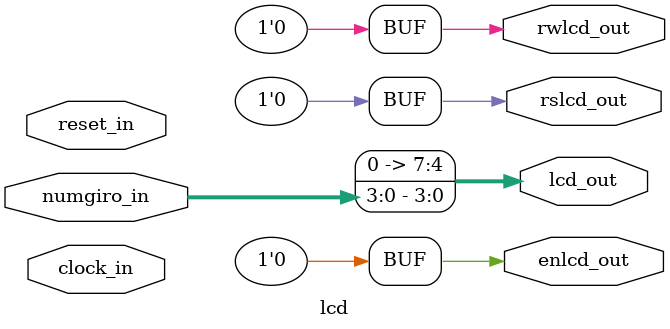
<source format=v>
module lcd(reset_in, clock_in, numgiro_in, lcd_out, enlcd_out, rslcd_out, rwlcd_out);

// input
input reset_in, clock_in;
input wire [3:0] numgiro_in;

// output
output wire [7:0] lcd_out;
output wire enlcd_out, rslcd_out, rwlcd_out;

// reg


// logica do lcd
assign lcd_out = {4'b0000, numgiro_in};
assign enlcd_out = 1'b0;
assign rslcd_out = 1'b0;
assign rwlcd_out = 1'b0;

endmodule

</source>
